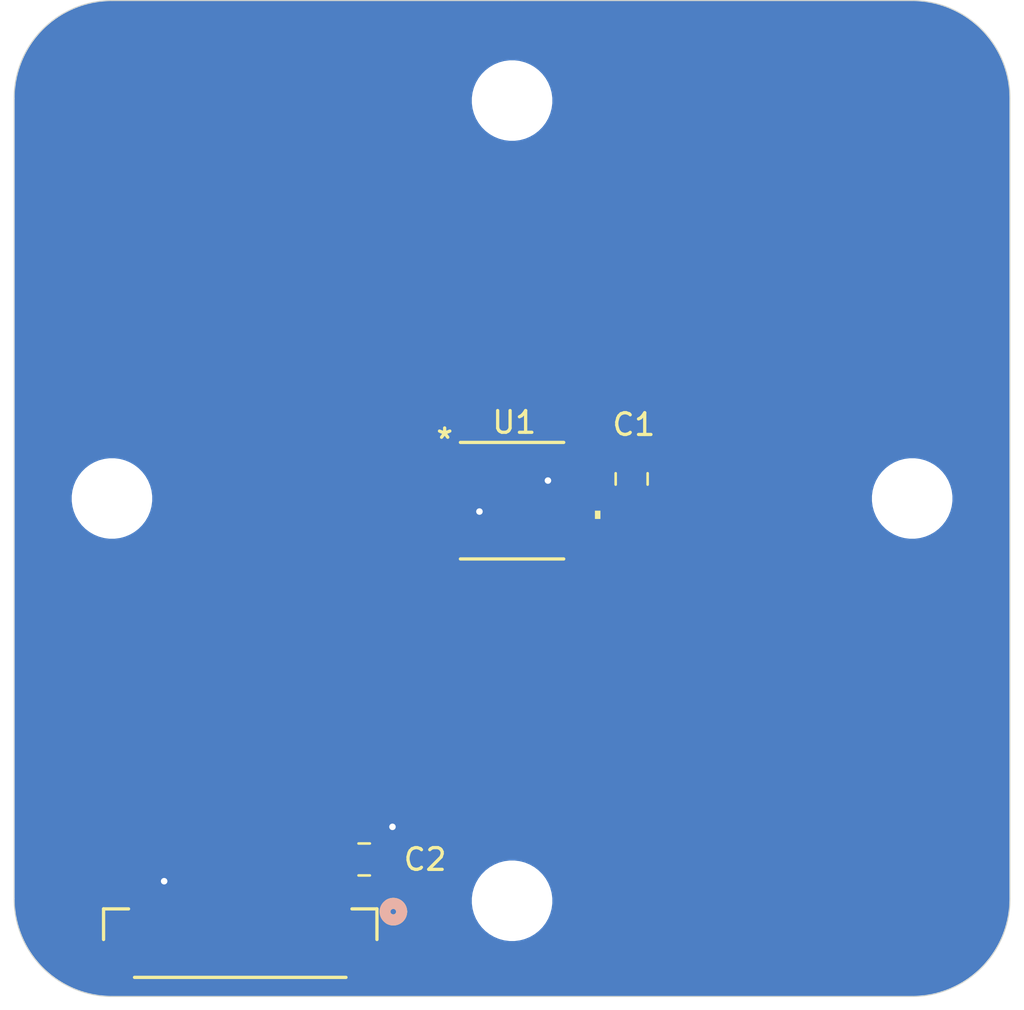
<source format=kicad_pcb>
(kicad_pcb (version 20240108) (generator "pcbnew") (generator_version "8.0")
  (layers (0 "F.Cu" signal) (31 "B.Cu" signal) (34 "B.Paste" user) (35 "F.Paste" user) (36 "B.SilkS" user "B.Silkscreen") (37 "F.SilkS" user "F.Silkscreen") (38 "B.Mask" user) (39 "F.Mask" user) (44 "Edge.Cuts" user))
  (net 0 "")
  (net 1 "GND")
  (net 2 "+3.3V")
  (net 4 "CLK")
  (net 5 "MISO")
  (net 6 "B")
  (net 7 "I")
  (net 8 "CS_")
  (net 9 "A")
  (net 10 "MOSI")
  (footprint "Capacitor_SMD:C_0805_2012Metric" (layer "F.Cu") (at 125.200001 99)
    (property "Reference" "C2" (at 2.799999 0 0) (layer "F.SilkS"))
    (property "Value" "4.7uF" (hide yes))
    (fp_line (start -0.261252 -0.735) (end 0.261252 -0.735) (stroke (width 0.12)) (layer "F.SilkS"))
    (fp_line (start -0.261252 0.735) (end 0.261252 0.735) (stroke (width 0.12)) (layer "F.SilkS"))
    (pad "1" smd roundrect (at -0.95 0) (size 1 1.45) (layers "F.Cu" "F.Paste" "F.Mask") (net 2 "+3.3V"))
    (pad "2" smd roundrect (at 0.95 0) (size 1 1.45) (layers "F.Cu" "F.Paste" "F.Mask") (net 1 "GND"))
  )
  (footprint "MountingHole:MountingHole_3.2mm_M3" (layer "F.Cu") (at 132 100.9)
    (property "Reference" "H3" (hide yes))
    (property "Value" "MountingHole")
    (pad "" np_thru_hole circle (at 0 0) (size 3.2 3.2) (drill 3.2) (layers "*.Cu" "*.Mask"))
  )
  (footprint "Capacitor_SMD:C_0805_2012Metric" (layer "F.Cu") (at 137.5 81.5 90)
    (property "Reference" "C1" (at 2.5 0.1 0) (layer "F.SilkS"))
    (property "Value" "100n" (hide yes))
    (fp_line (start -0.261252 -0.735) (end 0.261252 -0.735) (stroke (width 0.12)) (layer "F.SilkS"))
    (fp_line (start -0.261252 0.735) (end 0.261252 0.735) (stroke (width 0.12)) (layer "F.SilkS"))
    (pad "1" smd roundrect (at -0.95 0 90) (size 1 1.45) (layers "F.Cu" "F.Paste" "F.Mask") (net 2 "+3.3V"))
    (pad "2" smd roundrect (at 0.95 0 90) (size 1 1.45) (layers "F.Cu" "F.Paste" "F.Mask") (net 1 "GND"))
  )
  (footprint "MountingHole:MountingHole_3.2mm_M3" (layer "F.Cu") (at 132 64.1)
    (property "Reference" "H1" (hide yes))
    (property "Value" "MountingHole")
    (pad "" np_thru_hole circle (at 0 0) (size 3.2 3.2) (drill 3.2) (layers "*.Cu" "*.Mask"))
  )
  (footprint "MountingHole:MountingHole_3.2mm_M3" (layer "F.Cu") (at 113.6 82.4)
    (property "Reference" "H4" (hide yes))
    (property "Value" "MountingHole")
    (pad "" np_thru_hole circle (at 0 0) (size 3.2 3.2) (drill 3.2) (layers "*.Cu" "*.Mask"))
  )
  (footprint "AngleSensor:TSSOP14_OSM" (layer "F.Cu") (at 132 82.5)
    (property "Reference" "U1" (at 0.1 -3.6 0) (layer "F.SilkS"))
    (property "Value" "AS5047P-ATSM" (hide yes))
    (fp_line (start -2.3749 2.6797) (end 2.3749 2.6797) (stroke (width 0.1524)) (layer "F.SilkS"))
    (fp_line (start 2.3749 -2.6797) (end -2.3749 -2.6797) (stroke (width 0.1524)) (layer "F.SilkS"))
    (fp_poly (pts (xy 4.064 0.459499) (xy 4.064 0.840499) (xy 3.81 0.840499) (xy 3.81 0.459499)) (fill solid) (layer "F.SilkS"))
    (fp_text user "*" (at -3.1 -2.8 0) (layer "F.SilkS"))
    (pad "1" smd rect (at -2.90195 -1.950001) (size 1.3081 0.3556) (layers "F.Cu" "F.Paste" "F.Mask") (net 8 "CS_"))
    (pad "2" smd rect (at -2.90195 -1.3) (size 1.3081 0.3556) (layers "F.Cu" "F.Paste" "F.Mask") (net 4 "CLK"))
    (pad "3" smd rect (at -2.90195 -0.649999) (size 1.3081 0.3556) (layers "F.Cu" "F.Paste" "F.Mask") (net 5 "MISO"))
    (pad "4" smd rect (at -2.90195 0) (size 1.3081 0.3556) (layers "F.Cu" "F.Paste" "F.Mask") (net 10 "MOSI"))
    (pad "5" smd rect (at -2.90195 0.649999) (size 1.3081 0.3556) (layers "F.Cu" "F.Paste" "F.Mask") (net 1 "GND"))
    (pad "6" smd rect (at -2.90195 1.3) (size 1.3081 0.3556) (layers "F.Cu" "F.Paste" "F.Mask") (net 9 "A"))
    (pad "7" smd rect (at -2.90195 1.949999) (size 1.3081 0.3556) (layers "F.Cu" "F.Paste" "F.Mask") (net 6 "B"))
    (pad "8" smd rect (at 2.90195 1.950001) (size 1.3081 0.3556) (layers "F.Cu" "F.Paste" "F.Mask"))
    (pad "9" smd rect (at 2.90195 1.3) (size 1.3081 0.3556) (layers "F.Cu" "F.Paste" "F.Mask"))
    (pad "10" smd rect (at 2.90195 0.650001) (size 1.3081 0.3556) (layers "F.Cu" "F.Paste" "F.Mask"))
    (pad "11" smd rect (at 2.90195 0) (size 1.3081 0.3556) (layers "F.Cu" "F.Paste" "F.Mask") (net 2 "+3.3V"))
    (pad "12" smd rect (at 2.90195 -0.649999) (size 1.3081 0.3556) (layers "F.Cu" "F.Paste" "F.Mask") (net 2 "+3.3V"))
    (pad "13" smd rect (at 2.90195 -1.3) (size 1.3081 0.3556) (layers "F.Cu" "F.Paste" "F.Mask") (net 1 "GND"))
    (pad "14" smd rect (at 2.90195 -1.949999) (size 1.3081 0.3556) (layers "F.Cu" "F.Paste" "F.Mask") (net 7 "I"))
  )
  (footprint "MountingHole:MountingHole_3.2mm_M3" (layer "F.Cu") (at 150.4 82.4)
    (property "Reference" "H2" (hide yes))
    (property "Value" "MountingHole")
    (pad "" np_thru_hole circle (at 0 0) (size 3.2 3.2) (drill 3.2) (layers "*.Cu" "*.Mask"))
  )
  (footprint "ConnectorCustom:CON10_1X10_DUM_HPI_TYC" (layer "F.Cu") (at 119.5 102.8478)
    (property "Reference" "J1" (hide yes))
    (property "Value" "1-1734595-0 Header")
    (fp_circle (center 7.040001 -1.4478) (end 7.421001 -1.4478) (stroke (width 0.508)) (fill none) (layer "B.SilkS"))
    (fp_line (start -6.2865 -1.5748) (end -6.2865 -0.16764) (stroke (width 0.1524)) (layer "F.SilkS"))
    (fp_line (start -5.137541 -1.5748) (end -6.2865 -1.5748) (stroke (width 0.1524)) (layer "F.SilkS"))
    (fp_line (start -4.86156 1.5748) (end 4.86156 1.5748) (stroke (width 0.1524)) (layer "F.SilkS"))
    (fp_line (start 6.2865 -1.5748) (end 5.137541 -1.5748) (stroke (width 0.1524)) (layer "F.SilkS"))
    (fp_line (start 6.2865 -0.16764) (end 6.2865 -1.5748) (stroke (width 0.1524)) (layer "F.SilkS"))
    (fp_arc (start 6.854613 -1.780655) (mid 7.233039 -1.776276) (end 7.421001 -1.4478) (stroke (width 0.508)) (layer "F.SilkS"))
    (fp_arc (start 7.421001 -1.4478) (mid 7.233842 -1.119796) (end 6.856243 -1.114043) (stroke (width 0.508)) (layer "F.SilkS"))
    (pad "1" smd rect (at 4.500001 -1.4478 90) (size 1.5494 0.6096) (layers "F.Cu" "F.Paste" "F.Mask") (net 2 "+3.3V"))
    (pad "2" smd rect (at 3.500001 -1.4478 90) (size 1.5494 0.6096) (layers "F.Cu" "F.Paste" "F.Mask") (net 7 "I"))
    (pad "3" smd rect (at 2.5 -1.4478 90) (size 1.5494 0.6096) (layers "F.Cu" "F.Paste" "F.Mask") (net 6 "B"))
    (pad "4" smd rect (at 1.5 -1.4478 90) (size 1.5494 0.6096) (layers "F.Cu" "F.Paste" "F.Mask") (net 9 "A"))
    (pad "5" smd rect (at 0.499999 -1.4478 90) (size 1.5494 0.6096) (layers "F.Cu" "F.Paste" "F.Mask") (net 10 "MOSI"))
    (pad "6" smd rect (at -0.499999 -1.4478 90) (size 1.5494 0.6096) (layers "F.Cu" "F.Paste" "F.Mask") (net 5 "MISO"))
    (pad "7" smd rect (at -1.5 -1.4478 90) (size 1.5494 0.6096) (layers "F.Cu" "F.Paste" "F.Mask") (net 4 "CLK"))
    (pad "8" smd rect (at -2.5 -1.4478 90) (size 1.5494 0.6096) (layers "F.Cu" "F.Paste" "F.Mask") (net 8 "CS_"))
    (pad "9" smd rect (at -3.500001 -1.4478 90) (size 1.5494 0.6096) (layers "F.Cu" "F.Paste" "F.Mask") (net 1 "GND"))
    (pad "10" smd rect (at -4.500001 -1.4478 90) (size 1.5494 0.6096) (layers "F.Cu" "F.Paste" "F.Mask"))
    (pad "11" smd rect (at 5.8039 1.0668) (size 1.2192 1.8034) (layers "F.Cu" "F.Paste" "F.Mask"))
    (pad "12" smd rect (at -5.8039 1.0668) (size 1.2192 1.8034) (layers "F.Cu" "F.Paste" "F.Mask"))
  )
  (gr_arc (start 113.6 105.3) (mid 110.418019 103.981981) (end 109.1 100.8) (stroke (width 0.05)) (layer "Edge.Cuts"))
  (gr_line (start 113.6 105.3) (end 150.4 105.3) (stroke (width 0.05)) (layer "Edge.Cuts"))
  (gr_line (start 154.9 82.4) (end 154.9 64) (stroke (width 0.05)) (layer "Edge.Cuts"))
  (gr_line (start 132 59.5) (end 113.6 59.5) (stroke (width 0.05)) (layer "Edge.Cuts"))
  (gr_line (start 109.1 64) (end 109.1 100.8) (stroke (width 0.05)) (layer "Edge.Cuts"))
  (gr_arc (start 109.1 64) (mid 110.418019 60.818019) (end 113.6 59.5) (stroke (width 0.05)) (layer "Edge.Cuts"))
  (gr_arc (start 150.4 59.5) (mid 153.581981 60.818019) (end 154.9 64) (stroke (width 0.05)) (layer "Edge.Cuts"))
  (gr_arc (start 154.9 100.8) (mid 153.581981 103.981981) (end 150.4 105.3) (stroke (width 0.05)) (layer "Edge.Cuts"))
  (gr_line (start 154.9 82.4) (end 154.9 100.8) (stroke (width 0.05)) (layer "Edge.Cuts"))
  (gr_line (start 132 59.5) (end 150.4 59.5) (stroke (width 0.05)) (layer "Edge.Cuts"))
  (segment (start 136.55 80.55) (end 137.5 80.55) (width 0.4) (layer "F.Cu") (net 1))
  (segment (start 126.150001 97.849999) (end 126.5 97.5) (width 0.4) (layer "F.Cu") (net 1))
  (segment (start 134.025 81.2) (end 133.65 81.575) (width 0.4) (layer "F.Cu") (net 1))
  (segment (start 126.150001 99) (end 126.150001 97.849999) (width 0.4) (layer "F.Cu") (net 1))
  (segment (start 135.8 81.2) (end 136.5 80.5) (width 0.4) (layer "F.Cu") (net 1))
  (segment (start 115.999999 101.4) (end 115.999999 100.000001) (width 0.4) (layer "F.Cu") (net 1))
  (segment (start 115.999999 100.000001) (end 116 100) (width 0.4) (layer "F.Cu") (net 1))
  (segment (start 129.09805 83.149999) (end 130.350001 83.149999) (width 0.4) (layer "F.Cu") (net 1))
  (segment (start 134.90195 81.2) (end 135.8 81.2) (width 0.4) (layer "F.Cu") (net 1))
  (segment (start 134.90195 81.2) (end 134.025 81.2) (width 0.4) (layer "F.Cu") (net 1))
  (segment (start 130.350001 83.149999) (end 130.5 83) (width 0.4) (layer "F.Cu") (net 1))
  (segment (start 136.5 80.5) (end 136.55 80.55) (width 0.4) (layer "F.Cu") (net 1))
  (via (at 116 100) (size 0.6) (drill 0.3) (layers "F.Cu" "B.Cu") (net 1))
  (via (at 130.5 83) (size 0.6) (drill 0.3) (layers "F.Cu" "B.Cu") (net 1))
  (via (at 126.5 97.5) (size 0.6) (drill 0.3) (layers "F.Cu" "B.Cu") (net 1))
  (via (at 133.65 81.575) (size 0.6) (drill 0.3) (layers "F.Cu" "B.Cu") (net 1))
  (segment (start 134.90195 82.5) (end 137.45 82.5) (width 0.4) (layer "F.Cu") (net 2))
  (segment (start 124 100) (end 124.000001 100.000001) (width 0.4) (layer "F.Cu") (net 2))
  (segment (start 137.5 84.5) (end 137.5 82.45) (width 0.4) (layer "F.Cu") (net 2))
  (segment (start 124.250001 99.749999) (end 124 100) (width 0.4) (layer "F.Cu") (net 2))
  (segment (start 124.000001 100.000001) (end 124.000001 101.4) (width 0.4) (layer "F.Cu") (net 2))
  (segment (start 137.45 82.5) (end 137.5 82.45) (width 0.4) (layer "F.Cu") (net 2))
  (segment (start 137.45 82.5) (end 137.5 82.55) (width 0.4) (layer "F.Cu") (net 2))
  (segment (start 124.250001 97.749999) (end 137.5 84.5) (width 0.4) (layer "F.Cu") (net 2))
  (segment (start 124.250001 99) (end 124.250001 97.749999) (width 0.4) (layer "F.Cu") (net 2))
  (segment (start 134.90195 81.850001) (end 134.90195 82.5) (width 0.4) (layer "F.Cu") (net 2))
  (segment (start 124.250001 99) (end 124.250001 99.749999) (width 0.4) (layer "F.Cu") (net 2))
  (segment (start 126.8 81.2) (end 118 90) (width 0.3) (layer "F.Cu") (net 4))
  (segment (start 118 90) (end 118 101.4) (width 0.3) (layer "F.Cu") (net 4))
  (segment (start 129.09805 81.2) (end 126.8 81.2) (width 0.3) (layer "F.Cu") (net 4))
  (segment (start 129.09805 81.850001) (end 127.149999 81.850001) (width 0.3) (layer "F.Cu") (net 5))
  (segment (start 127.149999 81.850001) (end 119.000001 89.999999) (width 0.3) (layer "F.Cu") (net 5))
  (segment (start 119.000001 89.999999) (end 119.000001 101.4) (width 0.3) (layer "F.Cu") (net 5))
  (segment (start 122 90) (end 122 101.4) (width 0.3) (layer "F.Cu") (net 6))
  (segment (start 127.550001 84.449999) (end 122 90) (width 0.3) (layer "F.Cu") (net 6))
  (segment (start 129.09805 84.449999) (end 127.550001 84.449999) (width 0.3) (layer "F.Cu") (net 6))
  (segment (start 123.000001 89.999999) (end 126.5 86.5) (width 0.3) (layer "F.Cu") (net 7))
  (segment (start 123.000001 101.4) (end 123.000001 89.999999) (width 0.3) (layer "F.Cu") (net 7))
  (segment (start 133.68076 80.550001) (end 134.90195 80.550001) (width 0.3) (layer "F.Cu") (net 7))
  (segment (start 133 85.5) (end 133 81.230761) (width 0.3) (layer "F.Cu") (net 7))
  (segment (start 126.5 86.5) (end 132 86.5) (width 0.3) (layer "F.Cu") (net 7))
  (segment (start 133 81.230761) (end 133.68076 80.550001) (width 0.3) (layer "F.Cu") (net 7))
  (segment (start 132 86.5) (end 133 85.5) (width 0.3) (layer "F.Cu") (net 7))
  (segment (start 126.450001 80.549999) (end 117 90) (width 0.3) (layer "F.Cu") (net 8))
  (segment (start 129.09805 80.549999) (end 126.450001 80.549999) (width 0.3) (layer "F.Cu") (net 8))
  (segment (start 117 90) (end 117 101.4) (width 0.3) (layer "F.Cu") (net 8))
  (segment (start 127.2 83.8) (end 121 90) (width 0.3) (layer "F.Cu") (net 9))
  (segment (start 129.09805 83.8) (end 127.2 83.8) (width 0.3) (layer "F.Cu") (net 9))
  (segment (start 121 90) (end 121 101.4) (width 0.3) (layer "F.Cu") (net 9))
  (segment (start 127.5 82.5) (end 119.999999 90.000001) (width 0.3) (layer "F.Cu") (net 10))
  (segment (start 119.999999 90.000001) (end 119.999999 101.4) (width 0.3) (layer "F.Cu") (net 10))
  (segment (start 129.09805 82.5) (end 127.5 82.5) (width 0.3) (layer "F.Cu") (net 10))
  (zone (net 1) (net_name "GND") (layer "B.Cu") (connect_pads (clearance 0.5)) (min_thickness 0.25) (fill yes (thermal_gap 0.5) (thermal_bridge_width 0.5))
    (polygon (pts (xy 109 59.5) (xy 155 59.5) (xy 155 105.5) (xy 109 105.5)))
  )
)
</source>
